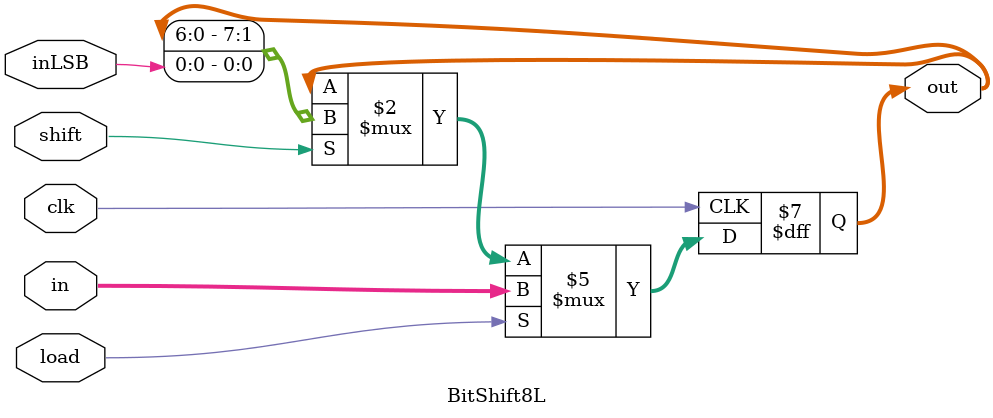
<source format=v>
/**
* 8-bit Shiftregister (shifts to left)
* if      (load == 1)  out[t+1] = in[t]
* else if (shift == 1) out[t+1] = out[t]<<1 | inLSB
* (shift one position to left and insert inLSB as least significant bit)
*/

`default_nettype none
module BitShift8L(
	input clk,
	input [7:0] in,
	input inLSB,
	input load,
	input shift,
	output reg [7:0] out
);

	always @(posedge clk) begin
		if (load)
			out <= in;
		else if (shift)
			out <= {out[6:0], inLSB};
		// else retain previous value
	end

endmodule

</source>
